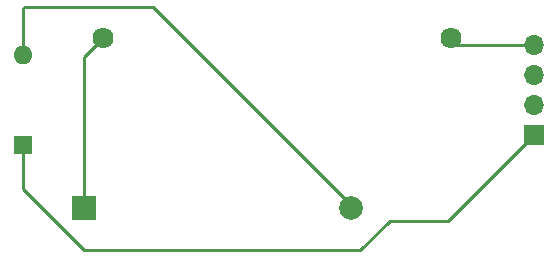
<source format=gbr>
%TF.GenerationSoftware,KiCad,Pcbnew,7.0.7*%
%TF.CreationDate,2023-11-25T00:13:17-06:00*%
%TF.ProjectId,Half AA Lithium Battery Board,48616c66-2041-4412-904c-69746869756d,rev?*%
%TF.SameCoordinates,Original*%
%TF.FileFunction,Copper,L1,Top*%
%TF.FilePolarity,Positive*%
%FSLAX46Y46*%
G04 Gerber Fmt 4.6, Leading zero omitted, Abs format (unit mm)*
G04 Created by KiCad (PCBNEW 7.0.7) date 2023-11-25 00:13:17*
%MOMM*%
%LPD*%
G01*
G04 APERTURE LIST*
%TA.AperFunction,ComponentPad*%
%ADD10R,1.600000X1.600000*%
%TD*%
%TA.AperFunction,ComponentPad*%
%ADD11O,1.600000X1.600000*%
%TD*%
%TA.AperFunction,ComponentPad*%
%ADD12R,1.700000X1.700000*%
%TD*%
%TA.AperFunction,ComponentPad*%
%ADD13O,1.700000X1.700000*%
%TD*%
%TA.AperFunction,ComponentPad*%
%ADD14R,2.006600X2.006600*%
%TD*%
%TA.AperFunction,ComponentPad*%
%ADD15C,2.006600*%
%TD*%
%TA.AperFunction,ComponentPad*%
%ADD16C,1.785000*%
%TD*%
%TA.AperFunction,Conductor*%
%ADD17C,0.250000*%
%TD*%
G04 APERTURE END LIST*
D10*
%TO.P,D1,1,K*%
%TO.N,Net-(D1-K)*%
X148463000Y-93853000D03*
D11*
%TO.P,D1,2,A*%
%TO.N,Net-(D1-A)*%
X148463000Y-86233000D03*
%TD*%
D12*
%TO.P,J1,1,Pin_1*%
%TO.N,Net-(D1-K)*%
X191770000Y-92964000D03*
D13*
%TO.P,J1,2,Pin_2*%
%TO.N,unconnected-(J1-Pin_2-Pad2)*%
X191770000Y-90424000D03*
%TO.P,J1,3,Pin_3*%
%TO.N,unconnected-(J1-Pin_3-Pad3)*%
X191770000Y-87884000D03*
%TO.P,J1,4,Pin_4*%
%TO.N,Net-(J1-Pin_4)*%
X191770000Y-85344000D03*
%TD*%
D14*
%TO.P,F1,1,1*%
%TO.N,Net-(3.6V1-PadP)*%
X153673000Y-99187000D03*
D15*
%TO.P,F1,2,2*%
%TO.N,Net-(D1-A)*%
X176273000Y-99187000D03*
%TD*%
D16*
%TO.P,3.6V1,N*%
%TO.N,Net-(J1-Pin_4)*%
X184728500Y-84782000D03*
%TO.P,3.6V1,P*%
%TO.N,Net-(3.6V1-PadP)*%
X155268500Y-84782000D03*
%TD*%
D17*
%TO.N,Net-(3.6V1-PadP)*%
X155268500Y-84782000D02*
X153676000Y-86374500D01*
X153676000Y-86374500D02*
X153676000Y-98933000D01*
%TO.N,Net-(J1-Pin_4)*%
X185290500Y-85344000D02*
X184728500Y-84782000D01*
X191770000Y-85344000D02*
X185290500Y-85344000D01*
%TO.N,Net-(D1-K)*%
X179519700Y-100261300D02*
X177046399Y-102734601D01*
X153661601Y-102734601D02*
X148463000Y-97536000D01*
X148463000Y-97536000D02*
X148463000Y-93853000D01*
X177046399Y-102734601D02*
X153661601Y-102734601D01*
X184472700Y-100261300D02*
X179519700Y-100261300D01*
X191770000Y-92964000D02*
X184472700Y-100261300D01*
%TO.N,Net-(D1-A)*%
X176276000Y-98933000D02*
X159512000Y-82169000D01*
X159512000Y-82169000D02*
X148590000Y-82169000D01*
X148463000Y-82296000D02*
X148463000Y-86233000D01*
X148590000Y-82169000D02*
X148463000Y-82296000D01*
%TD*%
M02*

</source>
